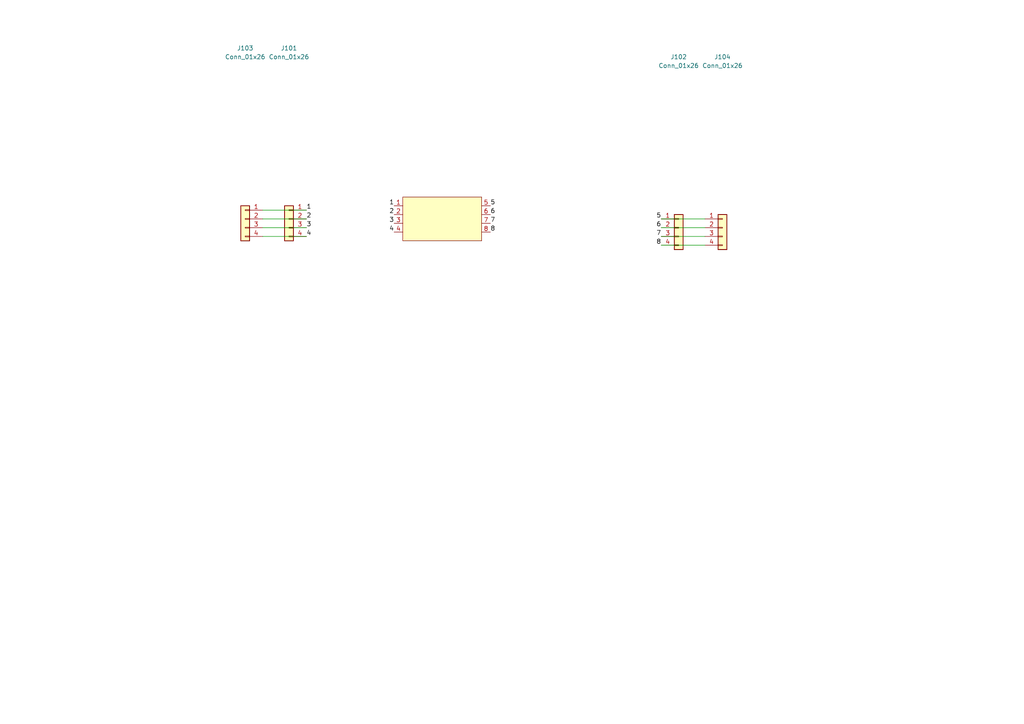
<source format=kicad_sch>
(kicad_sch (version 20250114) (generator "eeschema") (generator_version "9.0")
  (paper "A4")
  (lib_symbols
    (symbol "Connector_Generic:Conn_01x04" (pin_names (offset 1.016) (hide yes))
      (property "Reference" "J" (at 0 5.08 0))
      (property "Value" "Conn_01x04" (at 0 -7.62 0))
      (symbol "Conn_01x04_1_1"
        (rectangle (start -1.27 3.81) (end 1.27 -6.35) (stroke (width 0.254)) (fill (type background)))
        (rectangle (start -1.27 2.667) (end 0 2.413) (stroke (width 0.1524)))
        (rectangle (start -1.27 0.127) (end 0 -0.127) (stroke (width 0.1524)))
        (rectangle (start -1.27 -2.413) (end 0 -2.667) (stroke (width 0.1524)))
        (rectangle (start -1.27 -4.953) (end 0 -5.207) (stroke (width 0.1524)))
        (pin passive line (at -5.08 2.54 0) (length 3.81) (name "Pin_1") (number "1"))
        (pin passive line (at -5.08 0 0) (length 3.81) (name "Pin_2") (number "2"))
        (pin passive line (at -5.08 -2.54 0) (length 3.81) (name "Pin_3") (number "3"))
        (pin passive line (at -5.08 -5.08 0) (length 3.81) (name "Pin_4") (number "4"))
      )
    )
    (symbol "Interface_Ethernet:VSC8541XMV-0x"
      (symbol "VSC8541XMV-0x_0_0"
        (pin unspecified line (at -13.97 16.51 0) (length 2.54) (name "") (number "1"))
        (pin unspecified line (at -13.97 13.97 0) (length 2.54) (name "") (number "2"))
        (pin unspecified line (at -13.97 11.43 0) (length 2.54) (name "") (number "3"))
        (pin unspecified line (at -13.97 8.89 0) (length 2.54) (name "") (number "4"))
        (pin unspecified line (at 13.97 16.51 180) (length 2.54) (name "") (number "5"))
        (pin unspecified line (at 13.97 13.97 180) (length 2.54) (name "") (number "6"))
        (pin unspecified line (at 13.97 11.43 180) (length 2.54) (name "") (number "7"))
        (pin unspecified line (at 13.97 8.89 180) (length 2.54) (name "") (number "8"))
      )
      (symbol "VSC8541XMV-0x_1_1"
        (rectangle (start -11.43 19.05) (end 11.43 6.35) (fill (type background)))
      )
    )
  )
  (wire (pts (xy 204.47 66.04) (xy 191.77 66.04)))
  (wire (pts (xy 76.2 60.96) (xy 88.9 60.96)))
  (wire (pts (xy 76.2 63.5) (xy 88.9 63.5)))
  (wire (pts (xy 76.2 66.04) (xy 88.9 66.04)))
  (wire (pts (xy 204.47 63.5) (xy 191.77 63.5)))
  (wire (pts (xy 76.2 68.58) (xy 88.9 68.58)))
  (wire (pts (xy 204.47 71.12) (xy 191.77 71.12)))
  (wire (pts (xy 204.47 68.58) (xy 191.77 68.58)))
  (label "3" (at 88.9 66.04 0))
  (label "8" (at 191.77 71.12 180))
  (label "4" (at 88.9 68.58 0))
  (label "7" (at 191.77 68.58 180))
  (label "2" (at 88.9 63.5 0))
  (label "1" (at 88.9 60.96 0))
  (label "3" (at 114.3 64.77 180))
  (label "1" (at 114.3 59.69 180))
  (label "2" (at 114.3 62.23 180))
  (label "4" (at 114.3 67.31 180))
  (label "5" (at 142.24 59.69 0))
  (label "6" (at 142.24 62.23 0))
  (label "7" (at 142.24 64.77 0))
  (label "8" (at 142.24 67.31 0))
  (label "5" (at 191.77 63.5 180))
  (label "6" (at 191.77 66.04 180))
  (symbol (lib_id "Interface_Ethernet:VSC8541XMV-0x") (at 128.27 76.2 0) (unit 1)
    (property "Reference" "U101" (effects (hide yes)))
    (property "Value" "SOIC-8" (effects (hide yes)))
    (property "Footprint" "Package_SO:SOIC-8_3.9x4.9mm_P1.27mm" (effects (hide yes)))
  )
  (symbol (lib_id "Connector_Generic:Conn_01x04") (at 209.55 66.04 0) (unit 1)
    (property "Reference" "J104" (at 209.55 16.51 0))
    (property "Value" "Conn_01x26" (at 209.55 19.05 0))
    (property "Footprint" "Connector_PinHeader_2.54mm:PinHeader_1x04_P2.54mm_Vertical_SMD_Pin1Right" (effects (hide yes)))
    (property "Description" "Generic connector, single row, 01x04, script generated (kicad-library-utils/schlib/autogen/connector/)" (effects (hide yes)))
  )
  (symbol (lib_id "Connector_Generic:Conn_01x04") (at 83.82 63.5 0) (mirror y) (unit 1)
    (property "Reference" "J101" (at 83.82 13.97 0))
    (property "Value" "Conn_01x26" (at 83.82 16.51 0))
    (property "Footprint" "Connector_PinHeader_2.54mm:PinHeader_1x04_P2.54mm_Vertical" (effects (hide yes)))
    (property "Description" "Generic connector, single row, 01x04, script generated (kicad-library-utils/schlib/autogen/connector/)" (effects (hide yes)))
  )
  (symbol (lib_id "Connector_Generic:Conn_01x04") (at 196.85 66.04 0) (unit 1)
    (property "Reference" "J102" (at 196.85 16.51 0))
    (property "Value" "Conn_01x26" (at 196.85 19.05 0))
    (property "Footprint" "Connector_PinHeader_2.54mm:PinHeader_1x04_P2.54mm_Vertical" (effects (hide yes)))
    (property "Description" "Generic connector, single row, 01x04, script generated (kicad-library-utils/schlib/autogen/connector/)" (effects (hide yes)))
  )
  (symbol (lib_id "Connector_Generic:Conn_01x04") (at 71.12 63.5 0) (mirror y) (unit 1)
    (property "Reference" "J103" (at 71.12 13.97 0))
    (property "Value" "Conn_01x26" (at 71.12 16.51 0))
    (property "Footprint" "Connector_PinHeader_2.54mm:PinHeader_1x04_P2.54mm_Vertical_SMD_Pin1Right" (effects (hide yes)))
    (property "Description" "Generic connector, single row, 01x04, script generated (kicad-library-utils/schlib/autogen/connector/)" (effects (hide yes)))
  )
)
</source>
